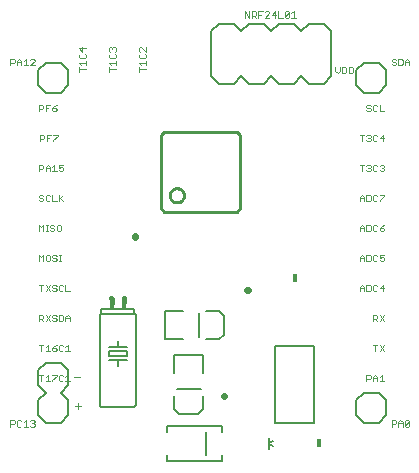
<source format=gto>
G75*
%MOIN*%
%OFA0B0*%
%FSLAX25Y25*%
%IPPOS*%
%LPD*%
%AMOC8*
5,1,8,0,0,1.08239X$1,22.5*
%
%ADD10C,0.00200*%
%ADD11C,0.00300*%
%ADD12C,0.00800*%
%ADD13C,0.00500*%
%ADD14C,0.02200*%
%ADD15C,0.01000*%
%ADD16R,0.01800X0.03000*%
%ADD17C,0.00600*%
%ADD18C,0.01600*%
%ADD19R,0.01600X0.02300*%
D10*
X0004948Y0022716D02*
X0004948Y0024918D01*
X0006049Y0024918D01*
X0006416Y0024551D01*
X0006416Y0023817D01*
X0006049Y0023450D01*
X0004948Y0023450D01*
X0007158Y0023083D02*
X0007158Y0024551D01*
X0007525Y0024918D01*
X0008259Y0024918D01*
X0008626Y0024551D01*
X0009368Y0024184D02*
X0010102Y0024918D01*
X0010102Y0022716D01*
X0009368Y0022716D02*
X0010836Y0022716D01*
X0011578Y0023083D02*
X0011945Y0022716D01*
X0012679Y0022716D01*
X0013045Y0023083D01*
X0013045Y0023450D01*
X0012679Y0023817D01*
X0012312Y0023817D01*
X0012679Y0023817D02*
X0013045Y0024184D01*
X0013045Y0024551D01*
X0012679Y0024918D01*
X0011945Y0024918D01*
X0011578Y0024551D01*
X0008626Y0023083D02*
X0008259Y0022716D01*
X0007525Y0022716D01*
X0007158Y0023083D01*
X0015220Y0037853D02*
X0015220Y0040055D01*
X0014486Y0040055D02*
X0015954Y0040055D01*
X0016696Y0039321D02*
X0017430Y0040055D01*
X0017430Y0037853D01*
X0016696Y0037853D02*
X0018164Y0037853D01*
X0018906Y0037853D02*
X0018906Y0038220D01*
X0020373Y0039688D01*
X0020373Y0040055D01*
X0018906Y0040055D01*
X0021115Y0039688D02*
X0021115Y0038220D01*
X0021482Y0037853D01*
X0022216Y0037853D01*
X0022583Y0038220D01*
X0023325Y0037853D02*
X0024793Y0037853D01*
X0024059Y0037853D02*
X0024059Y0040055D01*
X0023325Y0039321D01*
X0022583Y0039688D02*
X0022216Y0040055D01*
X0021482Y0040055D01*
X0021115Y0039688D01*
X0021482Y0047853D02*
X0022216Y0047853D01*
X0022583Y0048220D01*
X0023325Y0047853D02*
X0024793Y0047853D01*
X0024059Y0047853D02*
X0024059Y0050055D01*
X0023325Y0049321D01*
X0022583Y0049688D02*
X0022216Y0050055D01*
X0021482Y0050055D01*
X0021115Y0049688D01*
X0021115Y0048220D01*
X0021482Y0047853D01*
X0020373Y0048220D02*
X0020373Y0048587D01*
X0020007Y0048954D01*
X0018906Y0048954D01*
X0018906Y0048220D01*
X0019273Y0047853D01*
X0020007Y0047853D01*
X0020373Y0048220D01*
X0019640Y0049688D02*
X0018906Y0048954D01*
X0019640Y0049688D02*
X0020373Y0050055D01*
X0017430Y0050055D02*
X0017430Y0047853D01*
X0016696Y0047853D02*
X0018164Y0047853D01*
X0016696Y0049321D02*
X0017430Y0050055D01*
X0015954Y0050055D02*
X0014486Y0050055D01*
X0015220Y0050055D02*
X0015220Y0047853D01*
X0015954Y0057853D02*
X0015220Y0058587D01*
X0015587Y0058587D02*
X0014486Y0058587D01*
X0014486Y0057853D02*
X0014486Y0060055D01*
X0015587Y0060055D01*
X0015954Y0059688D01*
X0015954Y0058954D01*
X0015587Y0058587D01*
X0016696Y0057853D02*
X0018164Y0060055D01*
X0018906Y0059688D02*
X0018906Y0059321D01*
X0019273Y0058954D01*
X0020007Y0058954D01*
X0020373Y0058587D01*
X0020373Y0058220D01*
X0020007Y0057853D01*
X0019273Y0057853D01*
X0018906Y0058220D01*
X0018164Y0057853D02*
X0016696Y0060055D01*
X0018906Y0059688D02*
X0019273Y0060055D01*
X0020007Y0060055D01*
X0020373Y0059688D01*
X0021115Y0060055D02*
X0022216Y0060055D01*
X0022583Y0059688D01*
X0022583Y0058220D01*
X0022216Y0057853D01*
X0021115Y0057853D01*
X0021115Y0060055D01*
X0023325Y0059321D02*
X0023325Y0057853D01*
X0023325Y0058954D02*
X0024793Y0058954D01*
X0024793Y0059321D02*
X0024793Y0057853D01*
X0024793Y0059321D02*
X0024059Y0060055D01*
X0023325Y0059321D01*
X0023325Y0067853D02*
X0024793Y0067853D01*
X0023325Y0067853D02*
X0023325Y0070055D01*
X0022583Y0069688D02*
X0022216Y0070055D01*
X0021482Y0070055D01*
X0021115Y0069688D01*
X0021115Y0068220D01*
X0021482Y0067853D01*
X0022216Y0067853D01*
X0022583Y0068220D01*
X0020373Y0068220D02*
X0020007Y0067853D01*
X0019273Y0067853D01*
X0018906Y0068220D01*
X0019273Y0068954D02*
X0020007Y0068954D01*
X0020373Y0068587D01*
X0020373Y0068220D01*
X0019273Y0068954D02*
X0018906Y0069321D01*
X0018906Y0069688D01*
X0019273Y0070055D01*
X0020007Y0070055D01*
X0020373Y0069688D01*
X0018164Y0070055D02*
X0016696Y0067853D01*
X0018164Y0067853D02*
X0016696Y0070055D01*
X0015954Y0070055D02*
X0014486Y0070055D01*
X0015220Y0070055D02*
X0015220Y0067853D01*
X0015954Y0077853D02*
X0015954Y0080055D01*
X0015220Y0079321D01*
X0014486Y0080055D01*
X0014486Y0077853D01*
X0016696Y0078220D02*
X0016696Y0079688D01*
X0017063Y0080055D01*
X0017797Y0080055D01*
X0018164Y0079688D01*
X0018164Y0078220D01*
X0017797Y0077853D01*
X0017063Y0077853D01*
X0016696Y0078220D01*
X0018906Y0078220D02*
X0019273Y0077853D01*
X0020007Y0077853D01*
X0020373Y0078220D01*
X0020373Y0078587D01*
X0020007Y0078954D01*
X0019273Y0078954D01*
X0018906Y0079321D01*
X0018906Y0079688D01*
X0019273Y0080055D01*
X0020007Y0080055D01*
X0020373Y0079688D01*
X0021115Y0080055D02*
X0021849Y0080055D01*
X0021482Y0080055D02*
X0021482Y0077853D01*
X0021115Y0077853D02*
X0021849Y0077853D01*
X0021480Y0087853D02*
X0021847Y0088220D01*
X0021847Y0089688D01*
X0021480Y0090055D01*
X0020746Y0090055D01*
X0020379Y0089688D01*
X0020379Y0088220D01*
X0020746Y0087853D01*
X0021480Y0087853D01*
X0019637Y0088220D02*
X0019270Y0087853D01*
X0018536Y0087853D01*
X0018169Y0088220D01*
X0018536Y0088954D02*
X0019270Y0088954D01*
X0019637Y0088587D01*
X0019637Y0088220D01*
X0018536Y0088954D02*
X0018169Y0089321D01*
X0018169Y0089688D01*
X0018536Y0090055D01*
X0019270Y0090055D01*
X0019637Y0089688D01*
X0017430Y0090055D02*
X0016696Y0090055D01*
X0017063Y0090055D02*
X0017063Y0087853D01*
X0016696Y0087853D02*
X0017430Y0087853D01*
X0015954Y0087853D02*
X0015954Y0090055D01*
X0015220Y0089321D01*
X0014486Y0090055D01*
X0014486Y0087853D01*
X0014853Y0097853D02*
X0014486Y0098220D01*
X0014853Y0097853D02*
X0015587Y0097853D01*
X0015954Y0098220D01*
X0015954Y0098587D01*
X0015587Y0098954D01*
X0014853Y0098954D01*
X0014486Y0099321D01*
X0014486Y0099688D01*
X0014853Y0100055D01*
X0015587Y0100055D01*
X0015954Y0099688D01*
X0016696Y0099688D02*
X0016696Y0098220D01*
X0017063Y0097853D01*
X0017797Y0097853D01*
X0018164Y0098220D01*
X0018906Y0097853D02*
X0018906Y0100055D01*
X0018164Y0099688D02*
X0017797Y0100055D01*
X0017063Y0100055D01*
X0016696Y0099688D01*
X0018906Y0097853D02*
X0020373Y0097853D01*
X0021115Y0097853D02*
X0021115Y0100055D01*
X0021482Y0098954D02*
X0022583Y0097853D01*
X0021115Y0098587D02*
X0022583Y0100055D01*
X0022216Y0107853D02*
X0021482Y0107853D01*
X0021115Y0108220D01*
X0021115Y0108954D02*
X0021849Y0109321D01*
X0022216Y0109321D01*
X0022583Y0108954D01*
X0022583Y0108220D01*
X0022216Y0107853D01*
X0021115Y0108954D02*
X0021115Y0110055D01*
X0022583Y0110055D01*
X0020373Y0107853D02*
X0018906Y0107853D01*
X0019640Y0107853D02*
X0019640Y0110055D01*
X0018906Y0109321D01*
X0018164Y0109321D02*
X0018164Y0107853D01*
X0018164Y0108954D02*
X0016696Y0108954D01*
X0016696Y0109321D02*
X0016696Y0107853D01*
X0015954Y0108954D02*
X0015587Y0108587D01*
X0014486Y0108587D01*
X0014486Y0107853D02*
X0014486Y0110055D01*
X0015587Y0110055D01*
X0015954Y0109688D01*
X0015954Y0108954D01*
X0016696Y0109321D02*
X0017430Y0110055D01*
X0018164Y0109321D01*
X0017089Y0117853D02*
X0017089Y0120055D01*
X0018557Y0120055D01*
X0019299Y0120055D02*
X0020767Y0120055D01*
X0020767Y0119688D01*
X0019299Y0118220D01*
X0019299Y0117853D01*
X0017823Y0118954D02*
X0017089Y0118954D01*
X0016347Y0118954D02*
X0015980Y0118587D01*
X0014880Y0118587D01*
X0014880Y0117853D02*
X0014880Y0120055D01*
X0015980Y0120055D01*
X0016347Y0119688D01*
X0016347Y0118954D01*
X0016696Y0127853D02*
X0016696Y0130055D01*
X0018164Y0130055D01*
X0017430Y0128954D02*
X0016696Y0128954D01*
X0015954Y0128954D02*
X0015587Y0128587D01*
X0014486Y0128587D01*
X0014486Y0127853D02*
X0014486Y0130055D01*
X0015587Y0130055D01*
X0015954Y0129688D01*
X0015954Y0128954D01*
X0018906Y0128954D02*
X0020007Y0128954D01*
X0020373Y0128587D01*
X0020373Y0128220D01*
X0020007Y0127853D01*
X0019273Y0127853D01*
X0018906Y0128220D01*
X0018906Y0128954D01*
X0019640Y0129688D01*
X0020373Y0130055D01*
X0027851Y0141079D02*
X0027851Y0142547D01*
X0027851Y0141813D02*
X0030053Y0141813D01*
X0030053Y0143289D02*
X0030053Y0144757D01*
X0030053Y0144023D02*
X0027851Y0144023D01*
X0028585Y0143289D01*
X0028218Y0145499D02*
X0029686Y0145499D01*
X0030053Y0145866D01*
X0030053Y0146600D01*
X0029686Y0146967D01*
X0028952Y0147709D02*
X0028952Y0149177D01*
X0030053Y0148810D02*
X0027851Y0148810D01*
X0028952Y0147709D01*
X0028218Y0146967D02*
X0027851Y0146600D01*
X0027851Y0145866D01*
X0028218Y0145499D01*
X0037851Y0145866D02*
X0038218Y0145499D01*
X0039686Y0145499D01*
X0040053Y0145866D01*
X0040053Y0146600D01*
X0039686Y0146967D01*
X0039686Y0147709D02*
X0040053Y0148076D01*
X0040053Y0148810D01*
X0039686Y0149177D01*
X0039319Y0149177D01*
X0038952Y0148810D01*
X0038952Y0148443D01*
X0038952Y0148810D02*
X0038585Y0149177D01*
X0038218Y0149177D01*
X0037851Y0148810D01*
X0037851Y0148076D01*
X0038218Y0147709D01*
X0038218Y0146967D02*
X0037851Y0146600D01*
X0037851Y0145866D01*
X0037851Y0144023D02*
X0040053Y0144023D01*
X0040053Y0143289D02*
X0040053Y0144757D01*
X0038585Y0143289D02*
X0037851Y0144023D01*
X0037851Y0142547D02*
X0037851Y0141079D01*
X0037851Y0141813D02*
X0040053Y0141813D01*
X0047851Y0141813D02*
X0050053Y0141813D01*
X0050053Y0143289D02*
X0050053Y0144757D01*
X0050053Y0144023D02*
X0047851Y0144023D01*
X0048585Y0143289D01*
X0047851Y0142547D02*
X0047851Y0141079D01*
X0048218Y0145499D02*
X0049686Y0145499D01*
X0050053Y0145866D01*
X0050053Y0146600D01*
X0049686Y0146967D01*
X0050053Y0147709D02*
X0048585Y0149177D01*
X0048218Y0149177D01*
X0047851Y0148810D01*
X0047851Y0148076D01*
X0048218Y0147709D01*
X0048218Y0146967D02*
X0047851Y0146600D01*
X0047851Y0145866D01*
X0048218Y0145499D01*
X0050053Y0147709D02*
X0050053Y0149177D01*
X0083205Y0158974D02*
X0083205Y0161176D01*
X0084673Y0158974D01*
X0084673Y0161176D01*
X0085415Y0161176D02*
X0085415Y0158974D01*
X0085415Y0159708D02*
X0086516Y0159708D01*
X0086883Y0160075D01*
X0086883Y0160809D01*
X0086516Y0161176D01*
X0085415Y0161176D01*
X0086149Y0159708D02*
X0086883Y0158974D01*
X0087625Y0158974D02*
X0087625Y0161176D01*
X0089093Y0161176D01*
X0089835Y0160809D02*
X0090202Y0161176D01*
X0090936Y0161176D01*
X0091303Y0160809D01*
X0091303Y0160442D01*
X0089835Y0158974D01*
X0091303Y0158974D01*
X0092045Y0160075D02*
X0093513Y0160075D01*
X0093146Y0161176D02*
X0092045Y0160075D01*
X0093146Y0158974D02*
X0093146Y0161176D01*
X0094255Y0161176D02*
X0094255Y0158974D01*
X0095723Y0158974D01*
X0096465Y0159341D02*
X0097933Y0160809D01*
X0097933Y0159341D01*
X0097566Y0158974D01*
X0096832Y0158974D01*
X0096465Y0159341D01*
X0096465Y0160809D01*
X0096832Y0161176D01*
X0097566Y0161176D01*
X0097933Y0160809D01*
X0098674Y0160442D02*
X0099408Y0161176D01*
X0099408Y0158974D01*
X0098674Y0158974D02*
X0100142Y0158974D01*
X0088359Y0160075D02*
X0087625Y0160075D01*
X0113305Y0142672D02*
X0113305Y0141204D01*
X0114039Y0140470D01*
X0114773Y0141204D01*
X0114773Y0142672D01*
X0115515Y0142672D02*
X0116616Y0142672D01*
X0116983Y0142305D01*
X0116983Y0140837D01*
X0116616Y0140470D01*
X0115515Y0140470D01*
X0115515Y0142672D01*
X0117724Y0142672D02*
X0117724Y0140470D01*
X0118825Y0140470D01*
X0119192Y0140837D01*
X0119192Y0142305D01*
X0118825Y0142672D01*
X0117724Y0142672D01*
X0123971Y0130055D02*
X0123604Y0129688D01*
X0123604Y0129321D01*
X0123971Y0128954D01*
X0124705Y0128954D01*
X0125072Y0128587D01*
X0125072Y0128220D01*
X0124705Y0127853D01*
X0123971Y0127853D01*
X0123604Y0128220D01*
X0123971Y0130055D02*
X0124705Y0130055D01*
X0125072Y0129688D01*
X0125814Y0129688D02*
X0125814Y0128220D01*
X0126181Y0127853D01*
X0126915Y0127853D01*
X0127282Y0128220D01*
X0128024Y0127853D02*
X0129492Y0127853D01*
X0128024Y0127853D02*
X0128024Y0130055D01*
X0127282Y0129688D02*
X0126915Y0130055D01*
X0126181Y0130055D01*
X0125814Y0129688D01*
X0126181Y0120055D02*
X0125814Y0119688D01*
X0125814Y0118220D01*
X0126181Y0117853D01*
X0126915Y0117853D01*
X0127282Y0118220D01*
X0128024Y0118954D02*
X0129492Y0118954D01*
X0129125Y0117853D02*
X0129125Y0120055D01*
X0128024Y0118954D01*
X0127282Y0119688D02*
X0126915Y0120055D01*
X0126181Y0120055D01*
X0125072Y0119688D02*
X0125072Y0119321D01*
X0124705Y0118954D01*
X0125072Y0118587D01*
X0125072Y0118220D01*
X0124705Y0117853D01*
X0123971Y0117853D01*
X0123604Y0118220D01*
X0124338Y0118954D02*
X0124705Y0118954D01*
X0125072Y0119688D02*
X0124705Y0120055D01*
X0123971Y0120055D01*
X0123604Y0119688D01*
X0122862Y0120055D02*
X0121394Y0120055D01*
X0122128Y0120055D02*
X0122128Y0117853D01*
X0122128Y0110055D02*
X0122128Y0107853D01*
X0123604Y0108220D02*
X0123971Y0107853D01*
X0124705Y0107853D01*
X0125072Y0108220D01*
X0125072Y0108587D01*
X0124705Y0108954D01*
X0124338Y0108954D01*
X0124705Y0108954D02*
X0125072Y0109321D01*
X0125072Y0109688D01*
X0124705Y0110055D01*
X0123971Y0110055D01*
X0123604Y0109688D01*
X0122862Y0110055D02*
X0121394Y0110055D01*
X0125814Y0109688D02*
X0125814Y0108220D01*
X0126181Y0107853D01*
X0126915Y0107853D01*
X0127282Y0108220D01*
X0128024Y0108220D02*
X0128391Y0107853D01*
X0129125Y0107853D01*
X0129492Y0108220D01*
X0129492Y0108587D01*
X0129125Y0108954D01*
X0128758Y0108954D01*
X0129125Y0108954D02*
X0129492Y0109321D01*
X0129492Y0109688D01*
X0129125Y0110055D01*
X0128391Y0110055D01*
X0128024Y0109688D01*
X0127282Y0109688D02*
X0126915Y0110055D01*
X0126181Y0110055D01*
X0125814Y0109688D01*
X0126181Y0100055D02*
X0125814Y0099688D01*
X0125814Y0098220D01*
X0126181Y0097853D01*
X0126915Y0097853D01*
X0127282Y0098220D01*
X0128024Y0098220D02*
X0128024Y0097853D01*
X0128024Y0098220D02*
X0129492Y0099688D01*
X0129492Y0100055D01*
X0128024Y0100055D01*
X0127282Y0099688D02*
X0126915Y0100055D01*
X0126181Y0100055D01*
X0125072Y0099688D02*
X0125072Y0098220D01*
X0124705Y0097853D01*
X0123604Y0097853D01*
X0123604Y0100055D01*
X0124705Y0100055D01*
X0125072Y0099688D01*
X0122862Y0099321D02*
X0122862Y0097853D01*
X0122862Y0098954D02*
X0121394Y0098954D01*
X0121394Y0099321D02*
X0121394Y0097853D01*
X0121394Y0099321D02*
X0122128Y0100055D01*
X0122862Y0099321D01*
X0122128Y0090055D02*
X0121394Y0089321D01*
X0121394Y0087853D01*
X0121394Y0088954D02*
X0122862Y0088954D01*
X0122862Y0089321D02*
X0122862Y0087853D01*
X0123604Y0087853D02*
X0124705Y0087853D01*
X0125072Y0088220D01*
X0125072Y0089688D01*
X0124705Y0090055D01*
X0123604Y0090055D01*
X0123604Y0087853D01*
X0122862Y0089321D02*
X0122128Y0090055D01*
X0125814Y0089688D02*
X0125814Y0088220D01*
X0126181Y0087853D01*
X0126915Y0087853D01*
X0127282Y0088220D01*
X0128024Y0088220D02*
X0128391Y0087853D01*
X0129125Y0087853D01*
X0129492Y0088220D01*
X0129492Y0088587D01*
X0129125Y0088954D01*
X0128024Y0088954D01*
X0128024Y0088220D01*
X0128024Y0088954D02*
X0128758Y0089688D01*
X0129492Y0090055D01*
X0127282Y0089688D02*
X0126915Y0090055D01*
X0126181Y0090055D01*
X0125814Y0089688D01*
X0126181Y0080055D02*
X0125814Y0079688D01*
X0125814Y0078220D01*
X0126181Y0077853D01*
X0126915Y0077853D01*
X0127282Y0078220D01*
X0128024Y0078220D02*
X0128391Y0077853D01*
X0129125Y0077853D01*
X0129492Y0078220D01*
X0129492Y0078954D01*
X0129125Y0079321D01*
X0128758Y0079321D01*
X0128024Y0078954D01*
X0128024Y0080055D01*
X0129492Y0080055D01*
X0127282Y0079688D02*
X0126915Y0080055D01*
X0126181Y0080055D01*
X0125072Y0079688D02*
X0125072Y0078220D01*
X0124705Y0077853D01*
X0123604Y0077853D01*
X0123604Y0080055D01*
X0124705Y0080055D01*
X0125072Y0079688D01*
X0122862Y0079321D02*
X0122862Y0077853D01*
X0122862Y0078954D02*
X0121394Y0078954D01*
X0121394Y0079321D02*
X0121394Y0077853D01*
X0121394Y0079321D02*
X0122128Y0080055D01*
X0122862Y0079321D01*
X0122128Y0070055D02*
X0121394Y0069321D01*
X0121394Y0067853D01*
X0121394Y0068954D02*
X0122862Y0068954D01*
X0122862Y0069321D02*
X0122862Y0067853D01*
X0123604Y0067853D02*
X0124705Y0067853D01*
X0125072Y0068220D01*
X0125072Y0069688D01*
X0124705Y0070055D01*
X0123604Y0070055D01*
X0123604Y0067853D01*
X0122862Y0069321D02*
X0122128Y0070055D01*
X0125814Y0069688D02*
X0125814Y0068220D01*
X0126181Y0067853D01*
X0126915Y0067853D01*
X0127282Y0068220D01*
X0128024Y0068954D02*
X0129492Y0068954D01*
X0129125Y0070055D02*
X0128024Y0068954D01*
X0127282Y0069688D02*
X0126915Y0070055D01*
X0126181Y0070055D01*
X0125814Y0069688D01*
X0129125Y0070055D02*
X0129125Y0067853D01*
X0129492Y0060055D02*
X0128024Y0057853D01*
X0127282Y0057853D02*
X0126548Y0058587D01*
X0126915Y0058587D02*
X0125814Y0058587D01*
X0125814Y0057853D02*
X0125814Y0060055D01*
X0126915Y0060055D01*
X0127282Y0059688D01*
X0127282Y0058954D01*
X0126915Y0058587D01*
X0128024Y0060055D02*
X0129492Y0057853D01*
X0129492Y0050055D02*
X0128024Y0047853D01*
X0129492Y0047853D02*
X0128024Y0050055D01*
X0127282Y0050055D02*
X0125814Y0050055D01*
X0126548Y0050055D02*
X0126548Y0047853D01*
X0126548Y0040055D02*
X0127282Y0039321D01*
X0127282Y0037853D01*
X0128024Y0037853D02*
X0129492Y0037853D01*
X0128758Y0037853D02*
X0128758Y0040055D01*
X0128024Y0039321D01*
X0127282Y0038954D02*
X0125814Y0038954D01*
X0125814Y0039321D02*
X0126548Y0040055D01*
X0125814Y0039321D02*
X0125814Y0037853D01*
X0125072Y0038954D02*
X0124705Y0038587D01*
X0123604Y0038587D01*
X0123604Y0037853D02*
X0123604Y0040055D01*
X0124705Y0040055D01*
X0125072Y0039688D01*
X0125072Y0038954D01*
X0132037Y0024918D02*
X0133138Y0024918D01*
X0133505Y0024551D01*
X0133505Y0023817D01*
X0133138Y0023450D01*
X0132037Y0023450D01*
X0132037Y0022716D02*
X0132037Y0024918D01*
X0134247Y0024184D02*
X0134247Y0022716D01*
X0134247Y0023817D02*
X0135715Y0023817D01*
X0135715Y0024184D02*
X0135715Y0022716D01*
X0136457Y0023083D02*
X0136457Y0024551D01*
X0136824Y0024918D01*
X0137558Y0024918D01*
X0137925Y0024551D01*
X0136457Y0023083D01*
X0136824Y0022716D01*
X0137558Y0022716D01*
X0137925Y0023083D01*
X0137925Y0024551D01*
X0135715Y0024184D02*
X0134981Y0024918D01*
X0134247Y0024184D01*
X0134247Y0143226D02*
X0135348Y0143226D01*
X0135715Y0143593D01*
X0135715Y0145061D01*
X0135348Y0145428D01*
X0134247Y0145428D01*
X0134247Y0143226D01*
X0133505Y0143593D02*
X0133138Y0143226D01*
X0132404Y0143226D01*
X0132037Y0143593D01*
X0132404Y0144327D02*
X0133138Y0144327D01*
X0133505Y0143960D01*
X0133505Y0143593D01*
X0132404Y0144327D02*
X0132037Y0144694D01*
X0132037Y0145061D01*
X0132404Y0145428D01*
X0133138Y0145428D01*
X0133505Y0145061D01*
X0136457Y0144694D02*
X0136457Y0143226D01*
X0136457Y0144327D02*
X0137925Y0144327D01*
X0137925Y0144694D02*
X0137925Y0143226D01*
X0137925Y0144694D02*
X0137191Y0145428D01*
X0136457Y0144694D01*
X0013045Y0144694D02*
X0013045Y0145061D01*
X0012679Y0145428D01*
X0011945Y0145428D01*
X0011578Y0145061D01*
X0013045Y0144694D02*
X0011578Y0143226D01*
X0013045Y0143226D01*
X0010836Y0143226D02*
X0009368Y0143226D01*
X0010102Y0143226D02*
X0010102Y0145428D01*
X0009368Y0144694D01*
X0008626Y0144694D02*
X0008626Y0143226D01*
X0008626Y0144327D02*
X0007158Y0144327D01*
X0007158Y0144694D02*
X0007158Y0143226D01*
X0006416Y0144327D02*
X0006049Y0143960D01*
X0004948Y0143960D01*
X0004948Y0143226D02*
X0004948Y0145428D01*
X0006049Y0145428D01*
X0006416Y0145061D01*
X0006416Y0144327D01*
X0007158Y0144694D02*
X0007892Y0145428D01*
X0008626Y0144694D01*
D11*
X0026347Y0039348D02*
X0028282Y0039348D01*
X0027472Y0030473D02*
X0027472Y0028538D01*
X0028439Y0029505D02*
X0026504Y0029505D01*
D12*
X0024268Y0031453D02*
X0024268Y0026453D01*
X0021768Y0023953D01*
X0016768Y0023953D01*
X0014268Y0026453D01*
X0014268Y0031453D01*
X0016768Y0033953D01*
X0014268Y0036453D01*
X0014268Y0041453D01*
X0016768Y0043953D01*
X0021768Y0043953D01*
X0024268Y0041453D01*
X0024268Y0036453D01*
X0021768Y0033953D01*
X0024268Y0031453D01*
X0057299Y0022850D02*
X0057299Y0021079D01*
X0057299Y0022850D02*
X0075409Y0022850D01*
X0075409Y0021079D01*
X0070291Y0021079D02*
X0070291Y0013205D01*
X0075409Y0013205D02*
X0075409Y0011433D01*
X0057299Y0011433D01*
X0057299Y0013205D01*
X0061236Y0026984D02*
X0059661Y0028559D01*
X0059661Y0032890D01*
X0061236Y0026984D02*
X0067535Y0026984D01*
X0069110Y0028559D01*
X0069110Y0032890D01*
X0069110Y0040764D02*
X0069110Y0046669D01*
X0059661Y0046669D01*
X0059661Y0040764D01*
X0062417Y0051787D02*
X0056512Y0051787D01*
X0056512Y0061236D01*
X0062417Y0061236D01*
X0070291Y0061236D02*
X0074622Y0061236D01*
X0076197Y0059661D01*
X0076197Y0053362D01*
X0074622Y0051787D01*
X0070291Y0051787D01*
X0093319Y0049727D02*
X0093319Y0023927D01*
X0106319Y0023927D01*
X0106319Y0049727D01*
X0093319Y0049727D01*
X0091276Y0018953D02*
X0091276Y0017142D01*
X0092496Y0018062D01*
X0091276Y0017142D02*
X0091276Y0015331D01*
X0092496Y0016282D02*
X0091336Y0017042D01*
X0120252Y0026453D02*
X0122752Y0023953D01*
X0127752Y0023953D01*
X0130252Y0026453D01*
X0130252Y0031453D01*
X0127752Y0033953D01*
X0122752Y0033953D01*
X0120252Y0031453D01*
X0120252Y0026453D01*
X0122752Y0133953D02*
X0127752Y0133953D01*
X0130252Y0136453D01*
X0130252Y0141453D01*
X0127752Y0143953D01*
X0122752Y0143953D01*
X0120252Y0141453D01*
X0120252Y0136453D01*
X0122752Y0133953D01*
X0024268Y0136453D02*
X0024268Y0141453D01*
X0021768Y0143953D01*
X0016768Y0143953D01*
X0014268Y0141453D01*
X0014268Y0136453D01*
X0016768Y0133953D01*
X0021768Y0133953D01*
X0024268Y0136453D01*
D13*
X0067854Y0060512D02*
X0067854Y0052512D01*
X0068386Y0035327D02*
X0060386Y0035327D01*
D14*
X0076077Y0032890D02*
X0076317Y0032890D01*
X0083951Y0068323D02*
X0084191Y0068323D01*
X0046669Y0085919D02*
X0046669Y0086159D01*
D15*
X0055035Y0095488D02*
X0055035Y0119898D01*
X0056118Y0120980D01*
X0080528Y0120980D01*
X0081610Y0119898D01*
X0081610Y0095488D01*
X0080528Y0094406D01*
X0056118Y0094406D01*
X0055035Y0095488D01*
X0058087Y0099819D02*
X0058089Y0099916D01*
X0058095Y0100013D01*
X0058105Y0100109D01*
X0058119Y0100205D01*
X0058137Y0100301D01*
X0058158Y0100395D01*
X0058184Y0100489D01*
X0058213Y0100581D01*
X0058247Y0100672D01*
X0058283Y0100762D01*
X0058324Y0100850D01*
X0058368Y0100936D01*
X0058416Y0101021D01*
X0058467Y0101103D01*
X0058521Y0101184D01*
X0058579Y0101262D01*
X0058640Y0101337D01*
X0058703Y0101410D01*
X0058770Y0101481D01*
X0058840Y0101548D01*
X0058912Y0101613D01*
X0058987Y0101674D01*
X0059065Y0101733D01*
X0059144Y0101788D01*
X0059226Y0101840D01*
X0059310Y0101888D01*
X0059396Y0101933D01*
X0059484Y0101975D01*
X0059573Y0102013D01*
X0059664Y0102047D01*
X0059756Y0102077D01*
X0059849Y0102104D01*
X0059944Y0102126D01*
X0060039Y0102145D01*
X0060135Y0102160D01*
X0060231Y0102171D01*
X0060328Y0102178D01*
X0060425Y0102181D01*
X0060522Y0102180D01*
X0060619Y0102175D01*
X0060715Y0102166D01*
X0060811Y0102153D01*
X0060907Y0102136D01*
X0061002Y0102115D01*
X0061095Y0102091D01*
X0061188Y0102062D01*
X0061280Y0102030D01*
X0061370Y0101994D01*
X0061458Y0101955D01*
X0061545Y0101911D01*
X0061630Y0101865D01*
X0061713Y0101814D01*
X0061794Y0101761D01*
X0061872Y0101704D01*
X0061949Y0101644D01*
X0062022Y0101581D01*
X0062093Y0101515D01*
X0062161Y0101446D01*
X0062227Y0101374D01*
X0062289Y0101300D01*
X0062348Y0101223D01*
X0062404Y0101144D01*
X0062457Y0101062D01*
X0062507Y0100979D01*
X0062552Y0100893D01*
X0062595Y0100806D01*
X0062634Y0100717D01*
X0062669Y0100627D01*
X0062700Y0100535D01*
X0062727Y0100442D01*
X0062751Y0100348D01*
X0062771Y0100253D01*
X0062787Y0100157D01*
X0062799Y0100061D01*
X0062807Y0099964D01*
X0062811Y0099867D01*
X0062811Y0099771D01*
X0062807Y0099674D01*
X0062799Y0099577D01*
X0062787Y0099481D01*
X0062771Y0099385D01*
X0062751Y0099290D01*
X0062727Y0099196D01*
X0062700Y0099103D01*
X0062669Y0099011D01*
X0062634Y0098921D01*
X0062595Y0098832D01*
X0062552Y0098745D01*
X0062507Y0098659D01*
X0062457Y0098576D01*
X0062404Y0098494D01*
X0062348Y0098415D01*
X0062289Y0098338D01*
X0062227Y0098264D01*
X0062161Y0098192D01*
X0062093Y0098123D01*
X0062022Y0098057D01*
X0061949Y0097994D01*
X0061872Y0097934D01*
X0061794Y0097877D01*
X0061713Y0097824D01*
X0061630Y0097773D01*
X0061545Y0097727D01*
X0061458Y0097683D01*
X0061370Y0097644D01*
X0061280Y0097608D01*
X0061188Y0097576D01*
X0061095Y0097547D01*
X0061002Y0097523D01*
X0060907Y0097502D01*
X0060811Y0097485D01*
X0060715Y0097472D01*
X0060619Y0097463D01*
X0060522Y0097458D01*
X0060425Y0097457D01*
X0060328Y0097460D01*
X0060231Y0097467D01*
X0060135Y0097478D01*
X0060039Y0097493D01*
X0059944Y0097512D01*
X0059849Y0097534D01*
X0059756Y0097561D01*
X0059664Y0097591D01*
X0059573Y0097625D01*
X0059484Y0097663D01*
X0059396Y0097705D01*
X0059310Y0097750D01*
X0059226Y0097798D01*
X0059144Y0097850D01*
X0059065Y0097905D01*
X0058987Y0097964D01*
X0058912Y0098025D01*
X0058840Y0098090D01*
X0058770Y0098157D01*
X0058703Y0098228D01*
X0058640Y0098301D01*
X0058579Y0098376D01*
X0058521Y0098454D01*
X0058467Y0098535D01*
X0058416Y0098617D01*
X0058368Y0098702D01*
X0058324Y0098788D01*
X0058283Y0098876D01*
X0058247Y0098966D01*
X0058213Y0099057D01*
X0058184Y0099149D01*
X0058158Y0099243D01*
X0058137Y0099337D01*
X0058119Y0099433D01*
X0058105Y0099529D01*
X0058095Y0099625D01*
X0058089Y0099722D01*
X0058087Y0099819D01*
D16*
X0099819Y0072260D03*
X0107693Y0017142D03*
D17*
X0046764Y0030323D02*
X0046764Y0060323D01*
X0046264Y0060323D01*
X0035264Y0060323D01*
X0034764Y0060323D01*
X0034764Y0030323D01*
X0034766Y0030263D01*
X0034771Y0030202D01*
X0034780Y0030143D01*
X0034793Y0030084D01*
X0034809Y0030025D01*
X0034829Y0029968D01*
X0034852Y0029913D01*
X0034879Y0029858D01*
X0034908Y0029806D01*
X0034941Y0029755D01*
X0034977Y0029706D01*
X0035015Y0029660D01*
X0035057Y0029616D01*
X0035101Y0029574D01*
X0035147Y0029536D01*
X0035196Y0029500D01*
X0035247Y0029467D01*
X0035299Y0029438D01*
X0035354Y0029411D01*
X0035409Y0029388D01*
X0035466Y0029368D01*
X0035525Y0029352D01*
X0035584Y0029339D01*
X0035643Y0029330D01*
X0035704Y0029325D01*
X0035764Y0029323D01*
X0045764Y0029323D01*
X0045824Y0029325D01*
X0045885Y0029330D01*
X0045944Y0029339D01*
X0046003Y0029352D01*
X0046062Y0029368D01*
X0046119Y0029388D01*
X0046174Y0029411D01*
X0046229Y0029438D01*
X0046281Y0029467D01*
X0046332Y0029500D01*
X0046381Y0029536D01*
X0046427Y0029574D01*
X0046471Y0029616D01*
X0046513Y0029660D01*
X0046551Y0029706D01*
X0046587Y0029755D01*
X0046620Y0029806D01*
X0046649Y0029858D01*
X0046676Y0029913D01*
X0046699Y0029968D01*
X0046719Y0030025D01*
X0046735Y0030084D01*
X0046748Y0030143D01*
X0046757Y0030202D01*
X0046762Y0030263D01*
X0046764Y0030323D01*
X0040764Y0042823D02*
X0040764Y0044823D01*
X0037764Y0044823D01*
X0037764Y0046323D02*
X0043764Y0046323D01*
X0043764Y0047823D01*
X0037764Y0047823D01*
X0037764Y0046323D01*
X0037764Y0049323D02*
X0040764Y0049323D01*
X0040764Y0051323D01*
X0040764Y0049323D02*
X0043764Y0049323D01*
X0043764Y0044823D02*
X0040764Y0044823D01*
X0046264Y0060323D02*
X0046264Y0061823D01*
X0035264Y0061823D01*
X0035264Y0060323D01*
X0074445Y0137063D02*
X0071945Y0139563D01*
X0071945Y0154563D01*
X0074445Y0157063D01*
X0079445Y0157063D01*
X0081945Y0154563D01*
X0084445Y0157063D01*
X0089445Y0157063D01*
X0091945Y0154563D01*
X0094445Y0157063D01*
X0099445Y0157063D01*
X0101945Y0154563D01*
X0104445Y0157063D01*
X0109445Y0157063D01*
X0111945Y0154563D01*
X0111945Y0139563D01*
X0109445Y0137063D01*
X0104445Y0137063D01*
X0101945Y0139563D01*
X0099445Y0137063D01*
X0094445Y0137063D01*
X0091945Y0139563D01*
X0089445Y0137063D01*
X0084445Y0137063D01*
X0081945Y0139563D01*
X0079445Y0137063D01*
X0074445Y0137063D01*
D18*
X0042964Y0065523D02*
X0042764Y0065323D01*
X0042764Y0064323D01*
X0038764Y0063823D02*
X0038764Y0065323D01*
X0038564Y0065523D01*
D19*
X0038764Y0063173D03*
X0042764Y0063173D03*
M02*

</source>
